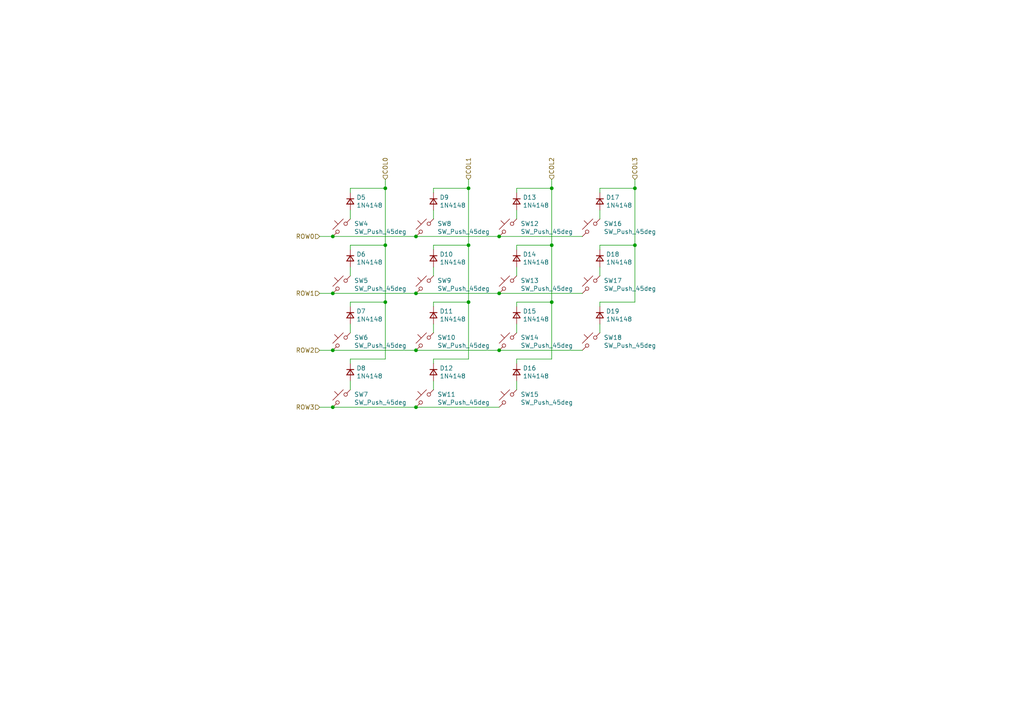
<source format=kicad_sch>
(kicad_sch (version 20211123) (generator eeschema)
  (paper "A4")
  (lib_symbols
    (symbol "Device:D_Small" (pin_numbers hide) (pin_names (offset 0.254) hide)
      (property "Reference" "D" (at -1.27 2.032 0))
      (property "Value" "D_Small" (at -3.81 -2.032 0))
      (symbol "D_Small_0_1"
        (polyline (pts (xy -0.762 -1.016) (xy -0.762 1.016)) (stroke (width 0.254)))
        (polyline (pts (xy -0.762 0) (xy 0.762 0)))
        (polyline (pts (xy 0.762 -1.016) (xy -0.762 0) (xy 0.762 1.016) (xy 0.762 -1.016)) (stroke (width 0.254)))
      )
      (symbol "D_Small_1_1"
        (pin passive line (at -2.54 0 0) (length 1.778) (name "K") (number "1"))
        (pin passive line (at 2.54 0 180) (length 1.778) (name "A") (number "2"))
      )
    )
    (symbol "Switch:SW_Push_45deg" (pin_numbers hide) (pin_names (offset 1.016) hide)
      (property "Reference" "SW" (at 3.048 1.016 0))
      (property "Value" "SW_Push_45deg" (at 0 -3.81 0))
      (symbol "SW_Push_45deg_0_1"
        (circle (center -1.1684 1.1684) (radius 0.508))
        (polyline (pts (xy -0.508 2.54) (xy 2.54 -0.508)))
        (polyline (pts (xy 1.016 1.016) (xy 2.032 2.032)))
        (polyline (pts (xy -2.54 2.54) (xy -1.524 1.524) (xy -1.524 1.524)))
        (polyline (pts (xy 1.524 -1.524) (xy 2.54 -2.54) (xy 2.54 -2.54) (xy 2.54 -2.54)))
        (circle (center 1.143 -1.1938) (radius 0.508))
        (pin passive line (at -2.54 2.54 0) (length 0) (name "1") (number "1"))
        (pin passive line (at 2.54 -2.54 180) (length 0) (name "2") (number "2"))
      )
    )
  )
  (junction (at 111.76 87.63))
  (junction (at 160.02 87.63))
  (junction (at 144.78 68.58))
  (junction (at 96.52 85.09))
  (junction (at 111.76 71.12))
  (junction (at 135.89 71.12))
  (junction (at 96.52 101.6))
  (junction (at 120.65 68.58))
  (junction (at 144.78 101.6))
  (junction (at 111.76 54.61))
  (junction (at 184.15 71.12))
  (junction (at 120.65 118.11))
  (junction (at 160.02 54.61))
  (junction (at 120.65 85.09))
  (junction (at 160.02 71.12))
  (junction (at 135.89 87.63))
  (junction (at 120.65 101.6))
  (junction (at 135.89 54.61))
  (junction (at 184.15 54.61))
  (junction (at 144.78 85.09))
  (junction (at 96.52 68.58))
  (junction (at 96.52 118.11))
  (wire (pts (xy 101.6 54.61) (xy 111.76 54.61)))
  (wire (pts (xy 149.86 104.14) (xy 149.86 105.41)))
  (wire (pts (xy 125.73 63.5) (xy 125.73 60.96)))
  (wire (pts (xy 184.15 54.61) (xy 184.15 71.12)))
  (wire (pts (xy 135.89 87.63) (xy 135.89 104.14)))
  (wire (pts (xy 111.76 54.61) (xy 111.76 71.12)))
  (wire (pts (xy 125.73 55.88) (xy 125.73 54.61)))
  (wire (pts (xy 184.15 52.07) (xy 184.15 54.61)))
  (wire (pts (xy 125.73 71.12) (xy 135.89 71.12)))
  (wire (pts (xy 125.73 113.03) (xy 125.73 110.49)))
  (wire (pts (xy 111.76 71.12) (xy 111.76 87.63)))
  (wire (pts (xy 149.86 87.63) (xy 160.02 87.63)))
  (wire (pts (xy 96.52 101.6) (xy 120.65 101.6)))
  (wire (pts (xy 125.73 71.12) (xy 125.73 72.39)))
  (wire (pts (xy 173.99 71.12) (xy 184.15 71.12)))
  (wire (pts (xy 101.6 55.88) (xy 101.6 54.61)))
  (wire (pts (xy 96.52 68.58) (xy 120.65 68.58)))
  (wire (pts (xy 135.89 54.61) (xy 135.89 52.07)))
  (wire (pts (xy 96.52 85.09) (xy 120.65 85.09)))
  (wire (pts (xy 173.99 63.5) (xy 173.99 60.96)))
  (wire (pts (xy 125.73 54.61) (xy 135.89 54.61)))
  (wire (pts (xy 101.6 104.14) (xy 111.76 104.14)))
  (wire (pts (xy 149.86 71.12) (xy 149.86 72.39)))
  (wire (pts (xy 149.86 113.03) (xy 149.86 110.49)))
  (wire (pts (xy 149.86 71.12) (xy 160.02 71.12)))
  (wire (pts (xy 135.89 54.61) (xy 135.89 71.12)))
  (wire (pts (xy 101.6 63.5) (xy 101.6 60.96)))
  (wire (pts (xy 125.73 80.01) (xy 125.73 77.47)))
  (wire (pts (xy 173.99 96.52) (xy 173.99 93.98)))
  (wire (pts (xy 92.71 101.6) (xy 96.52 101.6)))
  (wire (pts (xy 101.6 113.03) (xy 101.6 110.49)))
  (wire (pts (xy 149.86 96.52) (xy 149.86 93.98)))
  (wire (pts (xy 173.99 87.63) (xy 184.15 87.63)))
  (wire (pts (xy 160.02 52.07) (xy 160.02 54.61)))
  (wire (pts (xy 144.78 68.58) (xy 168.91 68.58)))
  (wire (pts (xy 149.86 80.01) (xy 149.86 77.47)))
  (wire (pts (xy 173.99 71.12) (xy 173.99 72.39)))
  (wire (pts (xy 184.15 71.12) (xy 184.15 87.63)))
  (wire (pts (xy 160.02 54.61) (xy 160.02 71.12)))
  (wire (pts (xy 92.71 68.58) (xy 96.52 68.58)))
  (wire (pts (xy 101.6 96.52) (xy 101.6 93.98)))
  (wire (pts (xy 149.86 54.61) (xy 160.02 54.61)))
  (wire (pts (xy 92.71 118.11) (xy 96.52 118.11)))
  (wire (pts (xy 149.86 104.14) (xy 160.02 104.14)))
  (wire (pts (xy 120.65 68.58) (xy 144.78 68.58)))
  (wire (pts (xy 101.6 104.14) (xy 101.6 105.41)))
  (wire (pts (xy 144.78 85.09) (xy 168.91 85.09)))
  (wire (pts (xy 92.71 85.09) (xy 96.52 85.09)))
  (wire (pts (xy 125.73 87.63) (xy 135.89 87.63)))
  (wire (pts (xy 101.6 71.12) (xy 111.76 71.12)))
  (wire (pts (xy 101.6 87.63) (xy 111.76 87.63)))
  (wire (pts (xy 120.65 85.09) (xy 144.78 85.09)))
  (wire (pts (xy 120.65 101.6) (xy 144.78 101.6)))
  (wire (pts (xy 111.76 87.63) (xy 111.76 104.14)))
  (wire (pts (xy 160.02 71.12) (xy 160.02 87.63)))
  (wire (pts (xy 173.99 87.63) (xy 173.99 88.9)))
  (wire (pts (xy 149.86 55.88) (xy 149.86 54.61)))
  (wire (pts (xy 101.6 80.01) (xy 101.6 77.47)))
  (wire (pts (xy 111.76 52.07) (xy 111.76 54.61)))
  (wire (pts (xy 125.73 87.63) (xy 125.73 88.9)))
  (wire (pts (xy 101.6 87.63) (xy 101.6 88.9)))
  (wire (pts (xy 160.02 87.63) (xy 160.02 104.14)))
  (wire (pts (xy 149.86 87.63) (xy 149.86 88.9)))
  (wire (pts (xy 173.99 55.88) (xy 173.99 54.61)))
  (wire (pts (xy 144.78 101.6) (xy 168.91 101.6)))
  (wire (pts (xy 125.73 104.14) (xy 125.73 105.41)))
  (wire (pts (xy 101.6 71.12) (xy 101.6 72.39)))
  (wire (pts (xy 173.99 80.01) (xy 173.99 77.47)))
  (wire (pts (xy 173.99 54.61) (xy 184.15 54.61)))
  (wire (pts (xy 149.86 63.5) (xy 149.86 60.96)))
  (wire (pts (xy 120.65 118.11) (xy 144.78 118.11)))
  (wire (pts (xy 96.52 118.11) (xy 120.65 118.11)))
  (wire (pts (xy 125.73 96.52) (xy 125.73 93.98)))
  (wire (pts (xy 135.89 71.12) (xy 135.89 87.63)))
  (wire (pts (xy 125.73 104.14) (xy 135.89 104.14)))
  (hierarchical_label "COL0" (shape input) (at 111.76 52.07 90))
  (hierarchical_label "COL3" (shape input) (at 184.15 52.07 90))
  (hierarchical_label "COL2" (shape input) (at 160.02 52.07 90))
  (hierarchical_label "ROW2" (shape input) (at 92.71 101.6 180))
  (hierarchical_label "ROW1" (shape input) (at 92.71 85.09 180))
  (hierarchical_label "ROW0" (shape input) (at 92.71 68.58 180))
  (hierarchical_label "COL1" (shape input) (at 135.89 52.07 90))
  (hierarchical_label "ROW3" (shape input) (at 92.71 118.11 180))
  (symbol (lib_id "Device:D_Small") (at 101.6 58.42 270) (unit 1)
    (property "Reference" "D5" (at 103.378 57.2516 90) (effects (justify left)))
    (property "Value" "1N4148" (at 103.378 59.563 90) (effects (justify left)))
    (property "Footprint" "Diode_SMD:D_0805_2012Metric_Pad1.15x1.40mm_HandSolder" (effects hide))
  )
  (symbol (lib_id "Switch:SW_Push_45deg") (at 99.06 66.04 90) (unit 1)
    (property "Reference" "SW4" (at 102.7176 64.8716 90) (effects (justify right)))
    (property "Value" "SW_Push_45deg" (at 102.7176 67.183 90) (effects (justify right)))
    (property "Footprint" "keyswitches:Kailh_socket_MX" (effects hide))
  )
  (symbol (lib_id "Device:D_Small") (at 125.73 58.42 270) (unit 1)
    (property "Reference" "D9" (at 127.508 57.2516 90) (effects (justify left)))
    (property "Value" "1N4148" (at 127.508 59.563 90) (effects (justify left)))
    (property "Footprint" "Diode_SMD:D_0805_2012Metric_Pad1.15x1.40mm_HandSolder" (effects hide))
  )
  (symbol (lib_id "Switch:SW_Push_45deg") (at 123.19 66.04 90) (unit 1)
    (property "Reference" "SW8" (at 126.8476 64.8716 90) (effects (justify right)))
    (property "Value" "SW_Push_45deg" (at 126.8476 67.183 90) (effects (justify right)))
    (property "Footprint" "keyswitches:Kailh_socket_MX" (effects hide))
  )
  (symbol (lib_id "Device:D_Small") (at 149.86 58.42 270) (unit 1)
    (property "Reference" "D13" (at 151.638 57.2516 90) (effects (justify left)))
    (property "Value" "1N4148" (at 151.638 59.563 90) (effects (justify left)))
    (property "Footprint" "Diode_SMD:D_0805_2012Metric_Pad1.15x1.40mm_HandSolder" (effects hide))
  )
  (symbol (lib_id "Switch:SW_Push_45deg") (at 147.32 66.04 90) (unit 1)
    (property "Reference" "SW12" (at 150.9776 64.8716 90) (effects (justify right)))
    (property "Value" "SW_Push_45deg" (at 150.9776 67.183 90) (effects (justify right)))
    (property "Footprint" "keyswitches:Kailh_socket_MX" (effects hide))
  )
  (symbol (lib_id "Device:D_Small") (at 173.99 58.42 270) (unit 1)
    (property "Reference" "D17" (at 175.768 57.2516 90) (effects (justify left)))
    (property "Value" "1N4148" (at 175.768 59.563 90) (effects (justify left)))
    (property "Footprint" "Diode_SMD:D_0805_2012Metric_Pad1.15x1.40mm_HandSolder" (effects hide))
  )
  (symbol (lib_id "Switch:SW_Push_45deg") (at 171.45 66.04 90) (unit 1)
    (property "Reference" "SW16" (at 175.1076 64.8716 90) (effects (justify right)))
    (property "Value" "SW_Push_45deg" (at 175.1076 67.183 90) (effects (justify right)))
    (property "Footprint" "keyswitches:Kailh_socket_MX" (effects hide))
  )
  (symbol (lib_id "Device:D_Small") (at 101.6 74.93 270) (unit 1)
    (property "Reference" "D6" (at 103.378 73.7616 90) (effects (justify left)))
    (property "Value" "1N4148" (at 103.378 76.073 90) (effects (justify left)))
    (property "Footprint" "Diode_SMD:D_0805_2012Metric_Pad1.15x1.40mm_HandSolder" (effects hide))
  )
  (symbol (lib_id "Switch:SW_Push_45deg") (at 99.06 82.55 90) (unit 1)
    (property "Reference" "SW5" (at 102.7176 81.3816 90) (effects (justify right)))
    (property "Value" "SW_Push_45deg" (at 102.7176 83.693 90) (effects (justify right)))
    (property "Footprint" "keyswitches:Kailh_socket_MX" (effects hide))
  )
  (symbol (lib_id "Device:D_Small") (at 125.73 74.93 270) (unit 1)
    (property "Reference" "D10" (at 127.508 73.7616 90) (effects (justify left)))
    (property "Value" "1N4148" (at 127.508 76.073 90) (effects (justify left)))
    (property "Footprint" "Diode_SMD:D_0805_2012Metric_Pad1.15x1.40mm_HandSolder" (effects hide))
  )
  (symbol (lib_id "Switch:SW_Push_45deg") (at 123.19 82.55 90) (unit 1)
    (property "Reference" "SW9" (at 126.8476 81.3816 90) (effects (justify right)))
    (property "Value" "SW_Push_45deg" (at 126.8476 83.693 90) (effects (justify right)))
    (property "Footprint" "keyswitches:Kailh_socket_MX" (effects hide))
  )
  (symbol (lib_id "Device:D_Small") (at 149.86 74.93 270) (unit 1)
    (property "Reference" "D14" (at 151.638 73.7616 90) (effects (justify left)))
    (property "Value" "1N4148" (at 151.638 76.073 90) (effects (justify left)))
    (property "Footprint" "Diode_SMD:D_0805_2012Metric_Pad1.15x1.40mm_HandSolder" (effects hide))
  )
  (symbol (lib_id "Switch:SW_Push_45deg") (at 147.32 82.55 90) (unit 1)
    (property "Reference" "SW13" (at 150.9776 81.3816 90) (effects (justify right)))
    (property "Value" "SW_Push_45deg" (at 150.9776 83.693 90) (effects (justify right)))
    (property "Footprint" "keyswitches:Kailh_socket_MX" (effects hide))
  )
  (symbol (lib_id "Device:D_Small") (at 173.99 74.93 270) (unit 1)
    (property "Reference" "D18" (at 175.768 73.7616 90) (effects (justify left)))
    (property "Value" "1N4148" (at 175.768 76.073 90) (effects (justify left)))
    (property "Footprint" "Diode_SMD:D_0805_2012Metric_Pad1.15x1.40mm_HandSolder" (effects hide))
  )
  (symbol (lib_id "Switch:SW_Push_45deg") (at 171.45 82.55 90) (unit 1)
    (property "Reference" "SW17" (at 175.1076 81.3816 90) (effects (justify right)))
    (property "Value" "SW_Push_45deg" (at 175.1076 83.693 90) (effects (justify right)))
    (property "Footprint" "keyswitches:Kailh_socket_MX" (effects hide))
  )
  (symbol (lib_id "Device:D_Small") (at 101.6 91.44 270) (unit 1)
    (property "Reference" "D7" (at 103.378 90.2716 90) (effects (justify left)))
    (property "Value" "1N4148" (at 103.378 92.583 90) (effects (justify left)))
    (property "Footprint" "Diode_SMD:D_0805_2012Metric_Pad1.15x1.40mm_HandSolder" (effects hide))
  )
  (symbol (lib_id "Switch:SW_Push_45deg") (at 99.06 99.06 90) (unit 1)
    (property "Reference" "SW6" (at 102.7176 97.8916 90) (effects (justify right)))
    (property "Value" "SW_Push_45deg" (at 102.7176 100.203 90) (effects (justify right)))
    (property "Footprint" "keyswitches:Kailh_socket_MX" (effects hide))
  )
  (symbol (lib_id "Device:D_Small") (at 125.73 91.44 270) (unit 1)
    (property "Reference" "D11" (at 127.508 90.2716 90) (effects (justify left)))
    (property "Value" "1N4148" (at 127.508 92.583 90) (effects (justify left)))
    (property "Footprint" "Diode_SMD:D_0805_2012Metric_Pad1.15x1.40mm_HandSolder" (effects hide))
  )
  (symbol (lib_id "Switch:SW_Push_45deg") (at 123.19 99.06 90) (unit 1)
    (property "Reference" "SW10" (at 126.8476 97.8916 90) (effects (justify right)))
    (property "Value" "SW_Push_45deg" (at 126.8476 100.203 90) (effects (justify right)))
    (property "Footprint" "keyswitches:Kailh_socket_MX" (effects hide))
  )
  (symbol (lib_id "Device:D_Small") (at 149.86 91.44 270) (unit 1)
    (property "Reference" "D15" (at 151.638 90.2716 90) (effects (justify left)))
    (property "Value" "1N4148" (at 151.638 92.583 90) (effects (justify left)))
    (property "Footprint" "Diode_SMD:D_0805_2012Metric_Pad1.15x1.40mm_HandSolder" (effects hide))
  )
  (symbol (lib_id "Switch:SW_Push_45deg") (at 147.32 99.06 90) (unit 1)
    (property "Reference" "SW14" (at 150.9776 97.8916 90) (effects (justify right)))
    (property "Value" "SW_Push_45deg" (at 150.9776 100.203 90) (effects (justify right)))
    (property "Footprint" "keyswitches:Kailh_socket_MX" (effects hide))
  )
  (symbol (lib_id "Device:D_Small") (at 173.99 91.44 270) (unit 1)
    (property "Reference" "D19" (at 175.768 90.2716 90) (effects (justify left)))
    (property "Value" "1N4148" (at 175.768 92.583 90) (effects (justify left)))
    (property "Footprint" "Diode_SMD:D_0805_2012Metric_Pad1.15x1.40mm_HandSolder" (effects hide))
  )
  (symbol (lib_id "Switch:SW_Push_45deg") (at 171.45 99.06 90) (unit 1)
    (property "Reference" "SW18" (at 175.1076 97.8916 90) (effects (justify right)))
    (property "Value" "SW_Push_45deg" (at 175.1076 100.203 90) (effects (justify right)))
    (property "Footprint" "keyswitches:Kailh_socket_MX" (effects hide))
  )
  (symbol (lib_id "Device:D_Small") (at 101.6 107.95 270) (unit 1)
    (property "Reference" "D8" (at 103.378 106.7816 90) (effects (justify left)))
    (property "Value" "1N4148" (at 103.378 109.093 90) (effects (justify left)))
    (property "Footprint" "Diode_SMD:D_0805_2012Metric_Pad1.15x1.40mm_HandSolder" (effects hide))
  )
  (symbol (lib_id "Switch:SW_Push_45deg") (at 99.06 115.57 90) (unit 1)
    (property "Reference" "SW7" (at 102.7176 114.4016 90) (effects (justify right)))
    (property "Value" "SW_Push_45deg" (at 102.7176 116.713 90) (effects (justify right)))
    (property "Footprint" "keyswitches:Kailh_socket_MX" (effects hide))
  )
  (symbol (lib_id "Device:D_Small") (at 125.73 107.95 270) (unit 1)
    (property "Reference" "D12" (at 127.508 106.7816 90) (effects (justify left)))
    (property "Value" "1N4148" (at 127.508 109.093 90) (effects (justify left)))
    (property "Footprint" "Diode_SMD:D_0805_2012Metric_Pad1.15x1.40mm_HandSolder" (effects hide))
  )
  (symbol (lib_id "Switch:SW_Push_45deg") (at 123.19 115.57 90) (unit 1)
    (property "Reference" "SW11" (at 126.8476 114.4016 90) (effects (justify right)))
    (property "Value" "SW_Push_45deg" (at 126.8476 116.713 90) (effects (justify right)))
    (property "Footprint" "keyswitches:Kailh_socket_MX" (effects hide))
  )
  (symbol (lib_id "Device:D_Small") (at 149.86 107.95 270) (unit 1)
    (property "Reference" "D16" (at 151.638 106.7816 90) (effects (justify left)))
    (property "Value" "1N4148" (at 151.638 109.093 90) (effects (justify left)))
    (property "Footprint" "Diode_SMD:D_0805_2012Metric_Pad1.15x1.40mm_HandSolder" (effects hide))
  )
  (symbol (lib_id "Switch:SW_Push_45deg") (at 147.32 115.57 90) (unit 1)
    (property "Reference" "SW15" (at 150.9776 114.4016 90) (effects (justify right)))
    (property "Value" "SW_Push_45deg" (at 150.9776 116.713 90) (effects (justify right)))
    (property "Footprint" "keyswitches:Kailh_socket_MX" (effects hide))
  )
)
</source>
